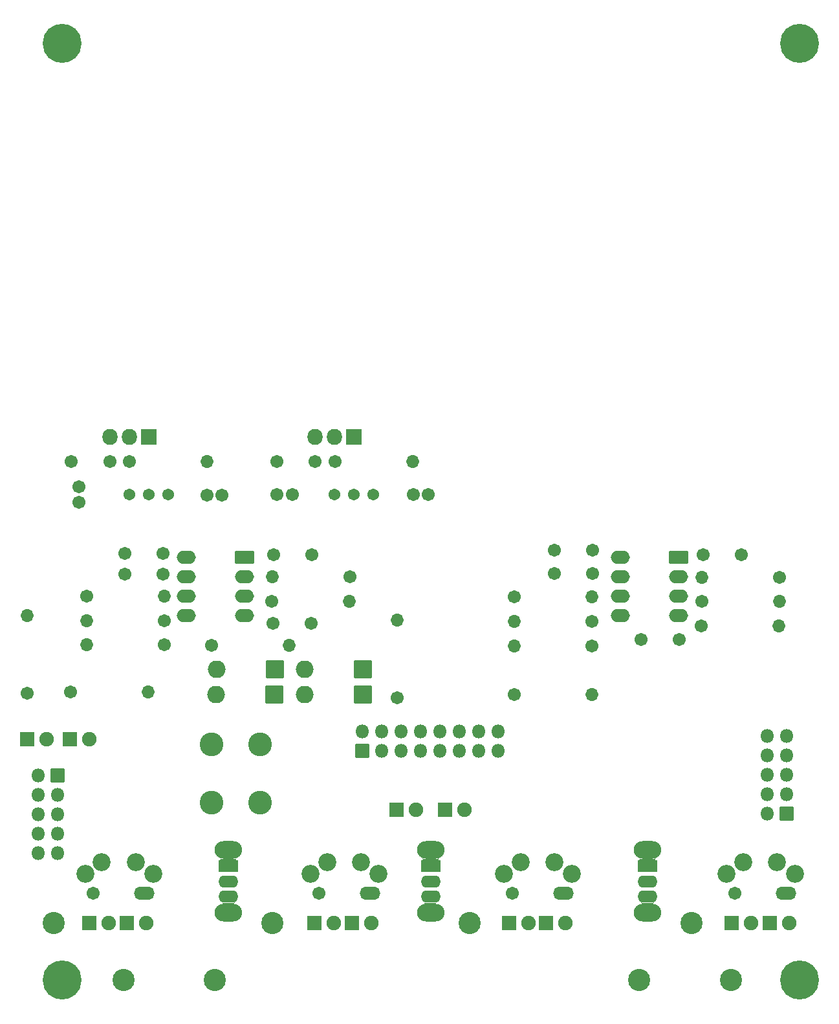
<source format=gbr>
G04 #@! TF.GenerationSoftware,KiCad,Pcbnew,(6.0.1)*
G04 #@! TF.CreationDate,2022-11-13T20:23:11-08:00*
G04 #@! TF.ProjectId,PBJ_EU,50424a5f-4555-42e6-9b69-6361645f7063,6.0*
G04 #@! TF.SameCoordinates,Original*
G04 #@! TF.FileFunction,Soldermask,Top*
G04 #@! TF.FilePolarity,Negative*
%FSLAX46Y46*%
G04 Gerber Fmt 4.6, Leading zero omitted, Abs format (unit mm)*
G04 Created by KiCad (PCBNEW (6.0.1)) date 2022-11-13 20:23:11*
%MOMM*%
%LPD*%
G01*
G04 APERTURE LIST*
G04 Aperture macros list*
%AMRoundRect*
0 Rectangle with rounded corners*
0 $1 Rounding radius*
0 $2 $3 $4 $5 $6 $7 $8 $9 X,Y pos of 4 corners*
0 Add a 4 corners polygon primitive as box body*
4,1,4,$2,$3,$4,$5,$6,$7,$8,$9,$2,$3,0*
0 Add four circle primitives for the rounded corners*
1,1,$1+$1,$2,$3*
1,1,$1+$1,$4,$5*
1,1,$1+$1,$6,$7*
1,1,$1+$1,$8,$9*
0 Add four rect primitives between the rounded corners*
20,1,$1+$1,$2,$3,$4,$5,0*
20,1,$1+$1,$4,$5,$6,$7,0*
20,1,$1+$1,$6,$7,$8,$9,0*
20,1,$1+$1,$8,$9,$2,$3,0*%
G04 Aperture macros list end*
%ADD10C,1.542000*%
%ADD11RoundRect,0.051000X-0.900000X-0.900000X0.900000X-0.900000X0.900000X0.900000X-0.900000X0.900000X0*%
%ADD12C,1.902000*%
%ADD13C,5.102000*%
%ADD14C,2.902000*%
%ADD15C,2.352000*%
%ADD16O,2.702000X1.702000*%
%ADD17C,1.702000*%
%ADD18O,3.602000X2.302000*%
%ADD19RoundRect,0.051000X-1.250000X0.750000X-1.250000X-0.750000X1.250000X-0.750000X1.250000X0.750000X0*%
%ADD20O,2.602000X1.602000*%
%ADD21RoundRect,0.051000X0.850000X0.850000X-0.850000X0.850000X-0.850000X-0.850000X0.850000X-0.850000X0*%
%ADD22O,1.802000X1.802000*%
%ADD23C,3.102000*%
%ADD24RoundRect,0.051000X0.850000X-0.850000X0.850000X0.850000X-0.850000X0.850000X-0.850000X-0.850000X0*%
%ADD25RoundRect,0.051000X1.200000X0.800000X-1.200000X0.800000X-1.200000X-0.800000X1.200000X-0.800000X0*%
%ADD26O,2.502000X1.702000*%
%ADD27O,1.702000X1.702000*%
%ADD28RoundRect,0.051000X0.952500X1.000000X-0.952500X1.000000X-0.952500X-1.000000X0.952500X-1.000000X0*%
%ADD29O,2.007000X2.102000*%
%ADD30RoundRect,0.051000X1.100000X1.100000X-1.100000X1.100000X-1.100000X-1.100000X1.100000X-1.100000X0*%
%ADD31O,2.302000X2.302000*%
G04 APERTURE END LIST*
D10*
X83140000Y-92010000D03*
X85680000Y-92010000D03*
X88220000Y-92010000D03*
D11*
X135150000Y-148000000D03*
D12*
X137690000Y-148000000D03*
D13*
X47500000Y-155500000D03*
X144020000Y-155500000D03*
X144020000Y-33000000D03*
X47500000Y-33000000D03*
D14*
X75000000Y-148000000D03*
X129870000Y-148000000D03*
X55500000Y-155500000D03*
X67500000Y-155500000D03*
X46400000Y-148000000D03*
D15*
X80020000Y-141600000D03*
X88920000Y-141600000D03*
X82170000Y-140100000D03*
X86620000Y-140100000D03*
D16*
X87760000Y-144150000D03*
D17*
X81080000Y-144150000D03*
D15*
X50520000Y-141600000D03*
X59420000Y-141600000D03*
X52670000Y-140100000D03*
X57120000Y-140100000D03*
D16*
X58260000Y-144150000D03*
D17*
X51580000Y-144150000D03*
D11*
X55950000Y-148000000D03*
D12*
X58490000Y-148000000D03*
D11*
X140075000Y-148000000D03*
D12*
X142615000Y-148000000D03*
D11*
X110850000Y-148000000D03*
D12*
X113390000Y-148000000D03*
D18*
X69250000Y-138500000D03*
X69250000Y-146700000D03*
D19*
X69250000Y-140600000D03*
D20*
X69250000Y-142600000D03*
X69250000Y-144600000D03*
D14*
X100790000Y-148000000D03*
D15*
X105320000Y-141600000D03*
X114220000Y-141600000D03*
X107470000Y-140100000D03*
X111920000Y-140100000D03*
D16*
X113060000Y-144150000D03*
D17*
X106380000Y-144150000D03*
D15*
X134470000Y-141600000D03*
X143370000Y-141600000D03*
X136620000Y-140100000D03*
X141070000Y-140100000D03*
D16*
X142210000Y-144150000D03*
D17*
X135530000Y-144150000D03*
D11*
X85400000Y-148000000D03*
D12*
X87940000Y-148000000D03*
D11*
X105950000Y-148000000D03*
D12*
X108490000Y-148000000D03*
D18*
X124100000Y-138500000D03*
X124100000Y-146700000D03*
D19*
X124100000Y-140600000D03*
D20*
X124100000Y-142600000D03*
X124100000Y-144600000D03*
D21*
X142330000Y-133750000D03*
D22*
X139790000Y-133750000D03*
X142330000Y-131210000D03*
X139790000Y-131210000D03*
X142330000Y-128670000D03*
X139790000Y-128670000D03*
X142330000Y-126130000D03*
X139790000Y-126130000D03*
X142330000Y-123590000D03*
X139790000Y-123590000D03*
D11*
X91285000Y-133250000D03*
D12*
X93825000Y-133250000D03*
D11*
X48525000Y-124000000D03*
D12*
X51065000Y-124000000D03*
D11*
X97570000Y-133250000D03*
D12*
X100110000Y-133250000D03*
D11*
X51025000Y-148000000D03*
D12*
X53565000Y-148000000D03*
D23*
X73350000Y-124690000D03*
X67000000Y-124690000D03*
X73350000Y-132310000D03*
X67000000Y-132310000D03*
D11*
X80475000Y-148000000D03*
D12*
X83015000Y-148000000D03*
D24*
X86800000Y-125540000D03*
D22*
X86800000Y-123000000D03*
X89340000Y-125540000D03*
X89340000Y-123000000D03*
X91880000Y-125540000D03*
X91880000Y-123000000D03*
X94420000Y-125540000D03*
X94420000Y-123000000D03*
X96960000Y-125540000D03*
X96960000Y-123000000D03*
X99500000Y-125540000D03*
X99500000Y-123000000D03*
X102040000Y-125540000D03*
X102040000Y-123000000D03*
X104580000Y-125540000D03*
X104580000Y-123000000D03*
D18*
X95700000Y-138500000D03*
X95700000Y-146700000D03*
D19*
X95700000Y-140600000D03*
D20*
X95700000Y-142600000D03*
X95700000Y-144600000D03*
D14*
X134990000Y-155500000D03*
D11*
X42920000Y-124000000D03*
D12*
X45460000Y-124000000D03*
D14*
X123000000Y-155500000D03*
D17*
X66410000Y-92030000D03*
X68410000Y-92030000D03*
D25*
X71325000Y-100225000D03*
D26*
X71325000Y-102765000D03*
X71325000Y-105305000D03*
X71325000Y-107845000D03*
X63705000Y-107845000D03*
X63705000Y-105305000D03*
X63705000Y-102765000D03*
X63705000Y-100225000D03*
D17*
X60680000Y-99650000D03*
X55680000Y-99650000D03*
X49690000Y-91000000D03*
X49690000Y-93000000D03*
X80100000Y-108850000D03*
X75100000Y-108850000D03*
X53705000Y-87640000D03*
X48705000Y-87640000D03*
D25*
X128210000Y-100225000D03*
D26*
X128210000Y-102765000D03*
X128210000Y-105305000D03*
X128210000Y-107845000D03*
X120590000Y-107845000D03*
X120590000Y-105305000D03*
X120590000Y-102765000D03*
X120590000Y-100225000D03*
D17*
X93430000Y-92000000D03*
X95430000Y-92000000D03*
X106645000Y-105325000D03*
D27*
X116805000Y-105325000D03*
D17*
X50670000Y-105300000D03*
D27*
X60830000Y-105300000D03*
D17*
X85125000Y-102775000D03*
D27*
X74965000Y-102775000D03*
D17*
X141380000Y-102780000D03*
D27*
X131220000Y-102780000D03*
D17*
X80620000Y-87640000D03*
X75620000Y-87640000D03*
X42920000Y-118000000D03*
D27*
X42920000Y-107840000D03*
D17*
X80180000Y-99850000D03*
X75180000Y-99850000D03*
X56260000Y-87630000D03*
D27*
X66420000Y-87630000D03*
D17*
X67050000Y-111680000D03*
D27*
X77210000Y-111680000D03*
D17*
X77610000Y-92000000D03*
X75610000Y-92000000D03*
X60850000Y-108500000D03*
D27*
X50690000Y-108500000D03*
D17*
X116890000Y-102280000D03*
X111890000Y-102280000D03*
X116790000Y-111780000D03*
D27*
X106630000Y-111780000D03*
D28*
X58820000Y-84485000D03*
D29*
X56280000Y-84485000D03*
X53740000Y-84485000D03*
D30*
X75310000Y-114850000D03*
D31*
X67690000Y-114850000D03*
D28*
X85700000Y-84485000D03*
D29*
X83160000Y-84485000D03*
X80620000Y-84485000D03*
D30*
X75285000Y-118125000D03*
D31*
X67665000Y-118125000D03*
D17*
X83180000Y-87640000D03*
D27*
X93340000Y-87640000D03*
D17*
X74945000Y-105950000D03*
D27*
X85105000Y-105950000D03*
D17*
X106640000Y-118130000D03*
D27*
X116800000Y-118130000D03*
D21*
X46880000Y-128710000D03*
D22*
X44340000Y-128710000D03*
X46880000Y-131250000D03*
X44340000Y-131250000D03*
X46880000Y-133790000D03*
X44340000Y-133790000D03*
X46880000Y-136330000D03*
X44340000Y-136330000D03*
X46880000Y-138870000D03*
X44340000Y-138870000D03*
D17*
X60860000Y-111660000D03*
D27*
X50700000Y-111660000D03*
D17*
X131220000Y-105925000D03*
D27*
X141380000Y-105925000D03*
D17*
X116805000Y-108575000D03*
D27*
X106645000Y-108575000D03*
D17*
X48540000Y-117810000D03*
D27*
X58700000Y-117810000D03*
D17*
X136390000Y-99890000D03*
X131390000Y-99890000D03*
X91310000Y-118600000D03*
D27*
X91310000Y-108440000D03*
D17*
X116910000Y-99270000D03*
X111910000Y-99270000D03*
X123220000Y-110960000D03*
X128220000Y-110960000D03*
D30*
X86820000Y-118125000D03*
D31*
X79200000Y-118125000D03*
D30*
X86820000Y-114850000D03*
D31*
X79200000Y-114850000D03*
D10*
X56280000Y-92010000D03*
X58820000Y-92010000D03*
X61360000Y-92010000D03*
D17*
X55680000Y-102370000D03*
X60680000Y-102370000D03*
X131150000Y-109160000D03*
D27*
X141310000Y-109160000D03*
G36*
X68562123Y-145376585D02*
G01*
X68738947Y-145398923D01*
X68750014Y-145399000D01*
X69749884Y-145399000D01*
X69927015Y-145379132D01*
X70081776Y-145325238D01*
X70083741Y-145325613D01*
X70084399Y-145327502D01*
X70083434Y-145328859D01*
X70066871Y-145338422D01*
X70067368Y-145339284D01*
X70067368Y-145341284D01*
X70066765Y-145341935D01*
X70025695Y-145370021D01*
X69998739Y-145433816D01*
X70010553Y-145502062D01*
X70057469Y-145553174D01*
X70091640Y-145566562D01*
X70092887Y-145568125D01*
X70092158Y-145569987D01*
X70090675Y-145570410D01*
X69930002Y-145551393D01*
X69899974Y-145551000D01*
X68600096Y-145551000D01*
X68396221Y-145569734D01*
X68394405Y-145568896D01*
X68394222Y-145566905D01*
X68395510Y-145565813D01*
X68403673Y-145563580D01*
X68462876Y-145527067D01*
X68492811Y-145464612D01*
X68484229Y-145395887D01*
X68439684Y-145342509D01*
X68432961Y-145338325D01*
X68411742Y-145326074D01*
X68410742Y-145324342D01*
X68411742Y-145322610D01*
X68413426Y-145322463D01*
X68562123Y-145376585D01*
G37*
G36*
X123412123Y-145376585D02*
G01*
X123588947Y-145398923D01*
X123600014Y-145399000D01*
X124599884Y-145399000D01*
X124777015Y-145379132D01*
X124931776Y-145325238D01*
X124933741Y-145325613D01*
X124934399Y-145327502D01*
X124933434Y-145328859D01*
X124916871Y-145338422D01*
X124917368Y-145339284D01*
X124917368Y-145341284D01*
X124916765Y-145341935D01*
X124875695Y-145370021D01*
X124848739Y-145433816D01*
X124860553Y-145502062D01*
X124907469Y-145553174D01*
X124941640Y-145566562D01*
X124942887Y-145568125D01*
X124942158Y-145569987D01*
X124940675Y-145570410D01*
X124780002Y-145551393D01*
X124749974Y-145551000D01*
X123450096Y-145551000D01*
X123246221Y-145569734D01*
X123244405Y-145568896D01*
X123244222Y-145566905D01*
X123245510Y-145565813D01*
X123253673Y-145563580D01*
X123312876Y-145527067D01*
X123342811Y-145464612D01*
X123334229Y-145395887D01*
X123289684Y-145342509D01*
X123282961Y-145338325D01*
X123261742Y-145326074D01*
X123260742Y-145324342D01*
X123261742Y-145322610D01*
X123263426Y-145322463D01*
X123412123Y-145376585D01*
G37*
G36*
X95012123Y-145376585D02*
G01*
X95188947Y-145398923D01*
X95200014Y-145399000D01*
X96199884Y-145399000D01*
X96377015Y-145379132D01*
X96531776Y-145325238D01*
X96533741Y-145325613D01*
X96534399Y-145327502D01*
X96533434Y-145328859D01*
X96516871Y-145338422D01*
X96517368Y-145339284D01*
X96517368Y-145341284D01*
X96516765Y-145341935D01*
X96475695Y-145370021D01*
X96448739Y-145433816D01*
X96460553Y-145502062D01*
X96507469Y-145553174D01*
X96541640Y-145566562D01*
X96542887Y-145568125D01*
X96542158Y-145569987D01*
X96540675Y-145570410D01*
X96380002Y-145551393D01*
X96349974Y-145551000D01*
X95050096Y-145551000D01*
X94846221Y-145569734D01*
X94844405Y-145568896D01*
X94844222Y-145566905D01*
X94845510Y-145565813D01*
X94853673Y-145563580D01*
X94912876Y-145527067D01*
X94942811Y-145464612D01*
X94934229Y-145395887D01*
X94889684Y-145342509D01*
X94882961Y-145338325D01*
X94861742Y-145326074D01*
X94860742Y-145324342D01*
X94861742Y-145322610D01*
X94863426Y-145322463D01*
X95012123Y-145376585D01*
G37*
G36*
X125184988Y-139562337D02*
G01*
X125185873Y-139564131D01*
X125185212Y-139565489D01*
X125136344Y-139609281D01*
X125117941Y-139676050D01*
X125138558Y-139742167D01*
X125191713Y-139786697D01*
X125241248Y-139797042D01*
X125242739Y-139798375D01*
X125242330Y-139800333D01*
X125240839Y-139801000D01*
X122962948Y-139801000D01*
X122961216Y-139800000D01*
X122961216Y-139798000D01*
X122962385Y-139797081D01*
X123029397Y-139777405D01*
X123074752Y-139725062D01*
X123084609Y-139656509D01*
X123055816Y-139593462D01*
X123021750Y-139569168D01*
X123020920Y-139567349D01*
X123022081Y-139565720D01*
X123023504Y-139565630D01*
X123211112Y-139623884D01*
X123419998Y-139648607D01*
X123450026Y-139649000D01*
X124749904Y-139649000D01*
X124959388Y-139629751D01*
X125161761Y-139572676D01*
X125182992Y-139562206D01*
X125184988Y-139562337D01*
G37*
G36*
X70334988Y-139562337D02*
G01*
X70335873Y-139564131D01*
X70335212Y-139565489D01*
X70286344Y-139609281D01*
X70267941Y-139676050D01*
X70288558Y-139742167D01*
X70341713Y-139786697D01*
X70391248Y-139797042D01*
X70392739Y-139798375D01*
X70392330Y-139800333D01*
X70390839Y-139801000D01*
X68112948Y-139801000D01*
X68111216Y-139800000D01*
X68111216Y-139798000D01*
X68112385Y-139797081D01*
X68179397Y-139777405D01*
X68224752Y-139725062D01*
X68234609Y-139656509D01*
X68205816Y-139593462D01*
X68171750Y-139569168D01*
X68170920Y-139567349D01*
X68172081Y-139565720D01*
X68173504Y-139565630D01*
X68361112Y-139623884D01*
X68569998Y-139648607D01*
X68600026Y-139649000D01*
X69899904Y-139649000D01*
X70109388Y-139629751D01*
X70311761Y-139572676D01*
X70332992Y-139562206D01*
X70334988Y-139562337D01*
G37*
G36*
X96784988Y-139562337D02*
G01*
X96785873Y-139564131D01*
X96785212Y-139565489D01*
X96736344Y-139609281D01*
X96717941Y-139676050D01*
X96738558Y-139742167D01*
X96791713Y-139786697D01*
X96841248Y-139797042D01*
X96842739Y-139798375D01*
X96842330Y-139800333D01*
X96840839Y-139801000D01*
X94562948Y-139801000D01*
X94561216Y-139800000D01*
X94561216Y-139798000D01*
X94562385Y-139797081D01*
X94629397Y-139777405D01*
X94674752Y-139725062D01*
X94684609Y-139656509D01*
X94655816Y-139593462D01*
X94621750Y-139569168D01*
X94620920Y-139567349D01*
X94622081Y-139565720D01*
X94623504Y-139565630D01*
X94811112Y-139623884D01*
X95019998Y-139648607D01*
X95050026Y-139649000D01*
X96349904Y-139649000D01*
X96559388Y-139629751D01*
X96761761Y-139572676D01*
X96782992Y-139562206D01*
X96784988Y-139562337D01*
G37*
M02*

</source>
